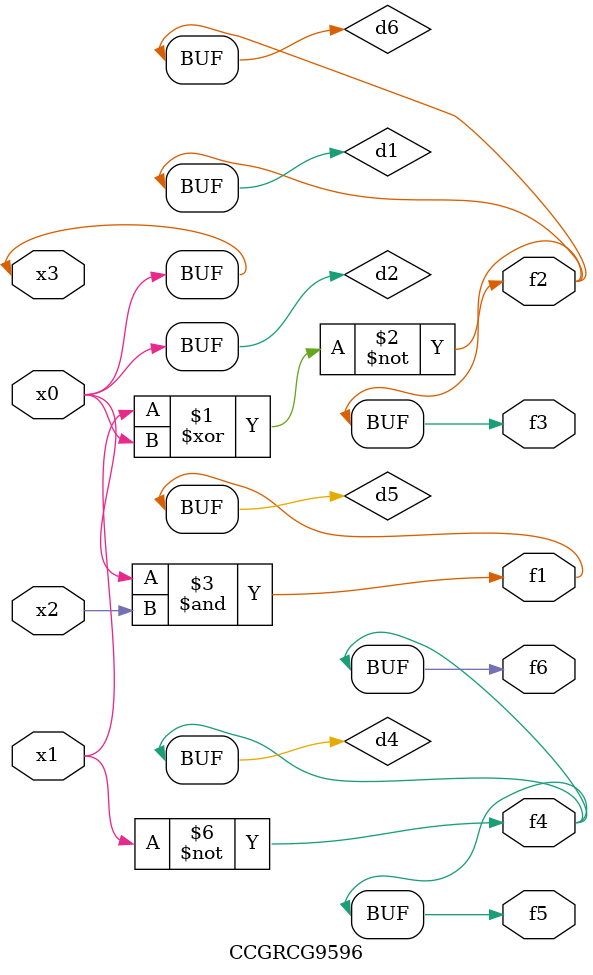
<source format=v>
module CCGRCG9596(
	input x0, x1, x2, x3,
	output f1, f2, f3, f4, f5, f6
);

	wire d1, d2, d3, d4, d5, d6;

	xnor (d1, x1, x3);
	buf (d2, x0, x3);
	nand (d3, x0, x2);
	not (d4, x1);
	nand (d5, d3);
	or (d6, d1);
	assign f1 = d5;
	assign f2 = d6;
	assign f3 = d6;
	assign f4 = d4;
	assign f5 = d4;
	assign f6 = d4;
endmodule

</source>
